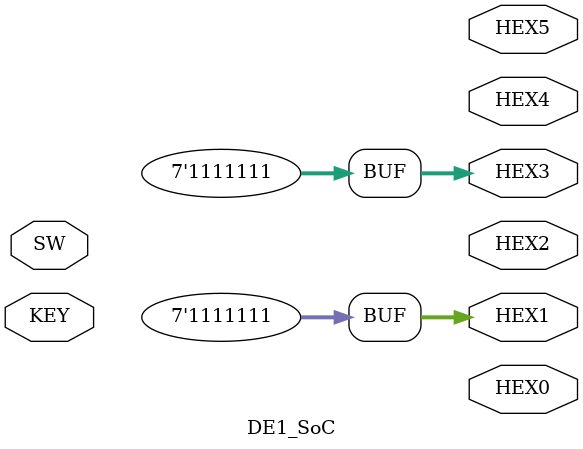
<source format=sv>
module DE1_SoC (HEX0, HEX1, HEX2, HEX3, HEX4, HEX5, KEY, SW);

	output logic [6:0] HEX0, HEX1, HEX2, HEX3, HEX4, HEX5;
	input logic [3:0] KEY;
	input logic [9:0] SW;
	
	
	assign HEX3 = 7'b1111111;
	assign HEX1 = 7'b1111111;
//	
//	logic [3:0] dataOut; 
//
//	// add series_dffs for metastability
//	RAM32_4 				ram 	  (.clk(~KEY[0]), .write(SW[9]), .dataIn(SW[3:0]), .address(SW[8:4]), .dataOut);
//	displayOrganizer displays (.dataIn(SW[3:0]), .address(SW[8:4]), .dataOut, .hexArray({HEX5, HEX4, HEX2, HEX0}));
//	
	
endmodule 


module DE1_SoC_testbench();

	logic [6:0] HEX0, HEX1, HEX2, HEX3, HEX4, HEX5;
	logic [3:0] KEY;
	logic [9:0] SW;
	
	DE1_SoC dut (.HEX0, .HEX1, .HEX2, .HEX3, .HEX4, .HEX5, .KEY, .SW);
	
	
endmodule 
</source>
